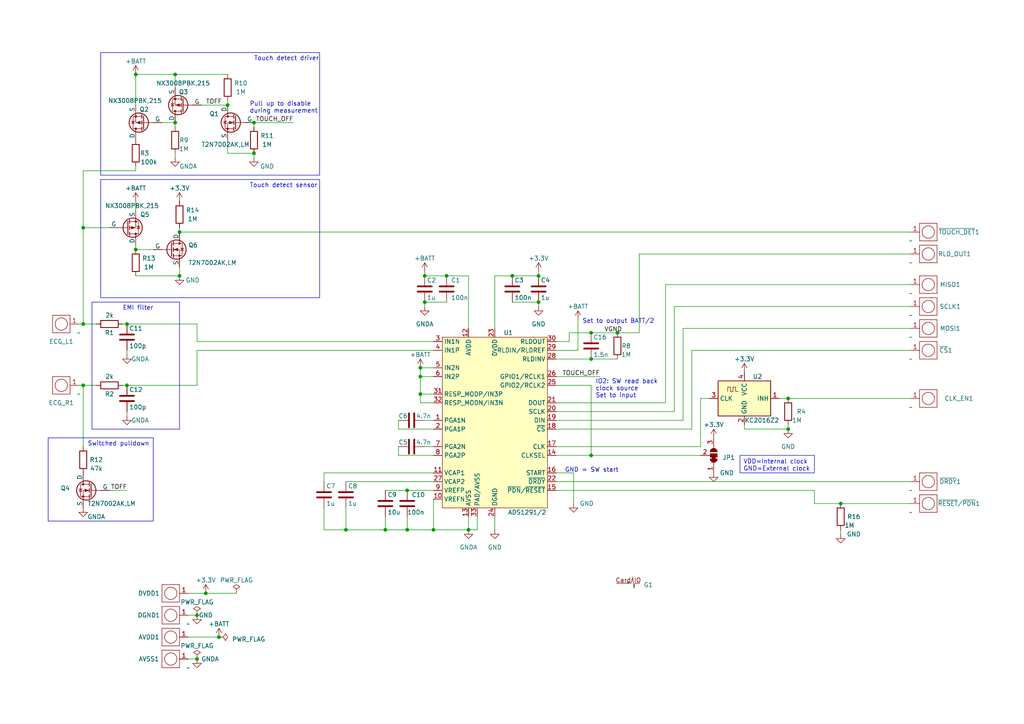
<source format=kicad_sch>
(kicad_sch (version 20230121) (generator eeschema)
  (paper "A4")
  (title_block (title "Card/IO ECG daughter board") (date "2023-07-19") (rev "4"))
  (lib_symbols
    (symbol "Device:C" (pin_numbers hide) (pin_names (offset 0.254))
      (property "Reference" "C" (at 0.635 2.54 0))
      (property "Value" "C" (at 0.635 -2.54 0))
      (symbol "C_0_1"
        (polyline (pts (xy -2.032 -0.762) (xy 2.032 -0.762)) (stroke (width 0.508)))
        (polyline (pts (xy -2.032 0.762) (xy 2.032 0.762)) (stroke (width 0.508)))
      )
      (symbol "C_1_1"
        (pin passive line (at 0 3.81 270) (length 2.794) (name "~") (number "1"))
        (pin passive line (at 0 -3.81 90) (length 2.794) (name "~") (number "2"))
      )
    )
    (symbol "Device:R" (pin_numbers hide) (pin_names (offset 0))
      (property "Reference" "R" (at 2.032 0 90))
      (property "Value" "R" (at 0 0 90))
      (symbol "R_0_1"
        (rectangle (start -1.016 -2.54) (end 1.016 2.54) (stroke (width 0.254)))
      )
      (symbol "R_1_1"
        (pin passive line (at 0 3.81 270) (length 1.27) (name "~") (number "1"))
        (pin passive line (at 0 -3.81 90) (length 1.27) (name "~") (number "2"))
      )
    )
    (symbol "Jumper:SolderJumper_3_Bridged12" (pin_names (offset 0) hide)
      (property "Reference" "JP" (at -2.54 -2.54 0))
      (property "Value" "SolderJumper_3_Bridged12" (at 0 2.794 0))
      (symbol "SolderJumper_3_Bridged12_0_1"
        (rectangle (start -1.016 0.508) (end -0.508 -0.508) (fill (type outline)))
        (arc (start -1.016 1.016) (mid -2.0276 0) (end -1.016 -1.016))
        (arc (start -1.016 1.016) (mid -2.0276 0) (end -1.016 -1.016) (fill (type outline)))
        (rectangle (start -0.508 1.016) (end 0.508 -1.016) (fill (type outline)))
        (polyline (pts (xy -2.54 0) (xy -2.032 0)))
        (polyline (pts (xy -1.016 1.016) (xy -1.016 -1.016)))
        (polyline (pts (xy 0 -1.27) (xy 0 -1.016)))
        (polyline (pts (xy 1.016 1.016) (xy 1.016 -1.016)))
        (polyline (pts (xy 2.54 0) (xy 2.032 0)))
        (arc (start 1.016 -1.016) (mid 2.0276 0) (end 1.016 1.016))
        (arc (start 1.016 -1.016) (mid 2.0276 0) (end 1.016 1.016) (fill (type outline)))
      )
      (symbol "SolderJumper_3_Bridged12_1_1"
        (pin passive line (at -5.08 0 0) (length 2.54) (name "A") (number "1"))
        (pin passive line (at 0 -3.81 90) (length 2.54) (name "C") (number "2"))
        (pin passive line (at 5.08 0 180) (length 2.54) (name "B") (number "3"))
      )
    )
    (symbol "Oscillator:KC2520Z"
      (property "Reference" "U" (at 2.54 12.7 0))
      (property "Value" "KC2520Z" (at 6.35 10.16 0))
      (symbol "KC2520Z_0_1"
        (rectangle (start -7.62 5.08) (end 7.62 -5.08) (stroke (width 0.254)) (fill (type background)))
      )
      (symbol "KC2520Z_1_1"
        (polyline (pts (xy 1.778 2.032) (xy 2.54 2.032) (xy 2.54 3.302) (xy 3.302 3.302) (xy 3.302 2.032) (xy 4.064 2.032) (xy 4.064 3.302) (xy 4.826 3.302) (xy 4.826 2.032)))
        (pin input line (at -10.16 0 0) (length 2.54) (name "INH") (number "1"))
        (pin power_in line (at 0 -7.62 90) (length 2.54) (name "GND") (number "2"))
        (pin output line (at 10.16 0 180) (length 2.54) (name "CLK") (number "3"))
        (pin power_in line (at 0 7.62 270) (length 2.54) (name "VCC") (number "4"))
      )
    )
    (symbol "frontend_parts:ADS1291/2"
      (property "Reference" "U" (at 11.43 25.4 0))
      (property "Value" "ADS1291/2" (at 8.89 -27.94 0))
      (symbol "ADS1291/2_1_0"
        (pin power_in line (at -5.08 -27.94 90) (length 2.54) (name "PAD/AVSS") (number "33"))
      )
      (symbol "ADS1291/2_1_1"
        (rectangle (start -15.24 24.13) (end 15.24 -25.4) (fill (type background)))
        (pin passive line (at -17.78 0 0) (length 2.54) (name "PGA1N") (number "1"))
        (pin passive line (at -17.78 -22.86 0) (length 2.54) (name "VREFN") (number "10"))
        (pin passive line (at -17.78 -15.24 0) (length 2.54) (name "VCAP1") (number "11"))
        (pin power_in line (at -7.62 26.67 270) (length 2.54) (name "AVDD") (number "12"))
        (pin power_in line (at -7.62 -27.94 90) (length 2.54) (name "AVSS") (number "13"))
        (pin input line (at 17.78 -10.16 180) (length 2.54) (name "CLKSEL") (number "14"))
        (pin input line (at 17.78 -20.32 180) (length 2.54) (name "~{PDN}/~{RESET}") (number "15"))
        (pin input line (at 17.78 -15.24 180) (length 2.54) (name "START") (number "16"))
        (pin bidirectional line (at 17.78 -7.62 180) (length 2.54) (name "CLK") (number "17"))
        (pin input line (at 17.78 -2.54 180) (length 2.54) (name "~{CS}") (number "18"))
        (pin input line (at 17.78 0 180) (length 2.54) (name "DIN") (number "19"))
        (pin passive line (at -17.78 -2.54 0) (length 2.54) (name "PGA1P") (number "2"))
        (pin input line (at 17.78 2.54 180) (length 2.54) (name "SCLK") (number "20"))
        (pin output line (at 17.78 5.08 180) (length 2.54) (name "DOUT") (number "21"))
        (pin output line (at 17.78 -17.78 180) (length 2.54) (name "~{DRDY}") (number "22"))
        (pin power_in line (at 0 26.67 270) (length 2.54) (name "DVDD") (number "23"))
        (pin power_in line (at 0 -27.94 90) (length 2.54) (name "DGND") (number "24"))
        (pin bidirectional line (at 17.78 10.16 180) (length 2.54) (name "GPIO2/RCLK2") (number "25"))
        (pin bidirectional line (at 17.78 12.7 180) (length 2.54) (name "GPIO1/RCLK1") (number "26"))
        (pin passive line (at -17.78 -17.78 0) (length 2.54) (name "VCAP2") (number "27"))
        (pin input line (at 17.78 17.78 180) (length 2.54) (name "RLDINV") (number "28"))
        (pin input line (at 17.78 20.32 180) (length 2.54) (name "RLDIN/RLDREF") (number "29"))
        (pin input line (at -17.78 22.86 0) (length 2.54) (name "IN1N") (number "3"))
        (pin output line (at 17.78 22.86 180) (length 2.54) (name "RLDOUT") (number "30"))
        (pin input line (at -17.78 7.62 0) (length 2.54) (name "RESP_MODP/IN3P") (number "31"))
        (pin input line (at -17.78 5.08 0) (length 2.54) (name "RESP_MODN/IN3N") (number "32"))
        (pin input line (at -17.78 20.32 0) (length 2.54) (name "IN1P") (number "4"))
        (pin input line (at -17.78 15.24 0) (length 2.54) (name "IN2N") (number "5"))
        (pin input line (at -17.78 12.7 0) (length 2.54) (name "IN2P") (number "6"))
        (pin passive line (at -17.78 -7.62 0) (length 2.54) (name "PGA2N") (number "7"))
        (pin passive line (at -17.78 -10.16 0) (length 2.54) (name "PGA2P") (number "8"))
        (pin passive line (at -17.78 -20.32 0) (length 2.54) (name "VREFP") (number "9"))
      )
    )
    (symbol "frontend_parts:NMOS" (pin_numbers hide) (pin_names (offset 0))
      (property "Reference" "Q?" (at 5.08 1.27 0))
      (property "Value" "T2N7002AK,LM" (at -3.81 -7.62 0))
      (symbol "NMOS_0_1"
        (polyline (pts (xy 0.254 0) (xy -2.54 0)))
        (polyline (pts (xy 0.254 1.905) (xy 0.254 -1.905)) (stroke (width 0.254)))
        (polyline (pts (xy 0.762 -1.27) (xy 0.762 -2.286)) (stroke (width 0.254)))
        (polyline (pts (xy 0.762 0.508) (xy 0.762 -0.508)) (stroke (width 0.254)))
        (polyline (pts (xy 0.762 2.286) (xy 0.762 1.27)) (stroke (width 0.254)))
        (polyline (pts (xy 2.54 2.54) (xy 2.54 1.778)))
        (polyline (pts (xy 2.54 -2.54) (xy 2.54 0) (xy 0.762 0)))
        (polyline (pts (xy 0.762 -1.778) (xy 3.302 -1.778) (xy 3.302 1.778) (xy 0.762 1.778)))
        (polyline (pts (xy 1.016 0) (xy 2.032 0.381) (xy 2.032 -0.381) (xy 1.016 0)) (fill (type outline)))
        (polyline (pts (xy 2.794 0.508) (xy 2.921 0.381) (xy 3.683 0.381) (xy 3.81 0.254)))
        (polyline (pts (xy 3.302 0.381) (xy 2.921 -0.254) (xy 3.683 -0.254) (xy 3.302 0.381)))
        (circle (center 1.651 0) (radius 2.794) (stroke (width 0.254)))
        (circle (center 2.54 -1.778) (radius 0.254) (fill (type outline)))
        (circle (center 2.54 1.778) (radius 0.254) (fill (type outline)))
      )
      (symbol "NMOS_1_1"
        (pin input line (at -5.08 0 0) (length 2.54) (name "G") (number "1"))
        (pin passive line (at 2.54 -5.08 90) (length 2.54) (name "S") (number "2"))
        (pin passive line (at 2.54 5.08 270) (length 2.54) (name "D") (number "3"))
      )
    )
    (symbol "frontend_parts:PAD"
      (property "Reference" "P" (at 0 3.81 0))
      (symbol "PAD_0_1"
        (rectangle (start -2.54 2.54) (end 2.54 -2.54))
        (circle (center 0 0) (radius 1.7961))
      )
      (symbol "PAD_1_1"
        (pin passive line (at -5.08 0 0) (length 2.54) (name "") (number "1"))
      )
    )
    (symbol "frontend_parts:PMOS" (pin_numbers hide) (pin_names (offset 0))
      (property "Reference" "Q?" (at 3.81 -3.81 0))
      (property "Value" "NX3008PBK,215" (at -12.7 -5.08 0))
      (symbol "PMOS_0_1"
        (polyline (pts (xy 0.254 0) (xy -2.54 0)))
        (polyline (pts (xy 0.254 1.905) (xy 0.254 -1.905)) (stroke (width 0.254)))
        (polyline (pts (xy 0.762 -1.27) (xy 0.762 -2.286)) (stroke (width 0.254)))
        (polyline (pts (xy 0.762 0.508) (xy 0.762 -0.508)) (stroke (width 0.254)))
        (polyline (pts (xy 0.762 2.286) (xy 0.762 1.27)) (stroke (width 0.254)))
        (polyline (pts (xy 2.54 2.54) (xy 2.54 1.778)))
        (polyline (pts (xy 2.54 -2.54) (xy 2.54 0) (xy 0.762 0)))
        (polyline (pts (xy 0.762 1.778) (xy 3.302 1.778) (xy 3.302 -1.778) (xy 0.762 -1.778)))
        (polyline (pts (xy 2.286 0) (xy 1.27 0.381) (xy 1.27 -0.381) (xy 2.286 0)) (fill (type outline)))
        (polyline (pts (xy 2.794 -0.508) (xy 2.921 -0.381) (xy 3.683 -0.381) (xy 3.81 -0.254)))
        (polyline (pts (xy 3.302 -0.381) (xy 2.921 0.254) (xy 3.683 0.254) (xy 3.302 -0.381)))
        (circle (center 1.651 0) (radius 2.794) (stroke (width 0.254)))
        (circle (center 2.54 -1.778) (radius 0.254) (fill (type outline)))
        (circle (center 2.54 1.778) (radius 0.254) (fill (type outline)))
      )
      (symbol "PMOS_1_1"
        (pin input line (at -5.08 0 0) (length 2.54) (name "G") (number "1"))
        (pin passive line (at 2.54 -5.08 90) (length 2.54) (name "S") (number "2"))
        (pin passive line (at 2.54 5.08 270) (length 2.54) (name "D") (number "3"))
      )
    )
    (symbol "frontend_parts:logo"
      (property "Reference" "G" (at 0 -2.54 0))
      (symbol "logo_1_1"
        (polyline (pts (xy -3.429 -0.254) (xy 0.762 -0.254) (xy 1.27 1.397) (xy 1.651 -1.651) (xy 1.905 -0.254) (xy 3.302 -0.254)))
        (text "Card IO" (at 0 0.635 0) (effects (font (size 1.27 1.27))))
      )
    )
    (symbol "power:+3.3V" (power) (pin_names (offset 0))
      (property "Value" "+3.3V" (at 0 3.556 0))
      (symbol "+3.3V_0_1"
        (polyline (pts (xy -0.762 1.27) (xy 0 2.54)))
        (polyline (pts (xy 0 0) (xy 0 2.54)))
        (polyline (pts (xy 0 2.54) (xy 0.762 1.27)))
      )
      (symbol "+3.3V_1_1"
        (pin power_in line (at 0 0 90) (length 0) hide (name "+3.3V") (number "1"))
      )
    )
    (symbol "power:+BATT" (power) (pin_names (offset 0))
      (property "Value" "+BATT" (at 0 3.556 0))
      (symbol "+BATT_0_1"
        (polyline (pts (xy -0.762 1.27) (xy 0 2.54)))
        (polyline (pts (xy 0 0) (xy 0 2.54)))
        (polyline (pts (xy 0 2.54) (xy 0.762 1.27)))
      )
      (symbol "+BATT_1_1"
        (pin power_in line (at 0 0 90) (length 0) hide (name "+BATT") (number "1"))
      )
    )
    (symbol "power:GND" (power) (pin_names (offset 0))
      (property "Value" "GND" (at 0 -3.81 0))
      (symbol "GND_0_1"
        (polyline (pts (xy 0 0) (xy 0 -1.27) (xy 1.27 -1.27) (xy 0 -2.54) (xy -1.27 -1.27) (xy 0 -1.27)))
      )
      (symbol "GND_1_1"
        (pin power_in line (at 0 0 270) (length 0) hide (name "GND") (number "1"))
      )
    )
    (symbol "power:GNDA" (power) (pin_names (offset 0))
      (property "Value" "GNDA" (at 0 -3.81 0))
      (symbol "GNDA_0_1"
        (polyline (pts (xy 0 0) (xy 0 -1.27) (xy 1.27 -1.27) (xy 0 -2.54) (xy -1.27 -1.27) (xy 0 -1.27)))
      )
      (symbol "GNDA_1_1"
        (pin power_in line (at 0 0 270) (length 0) hide (name "GNDA") (number "1"))
      )
    )
    (symbol "power:PWR_FLAG" (power) (pin_numbers hide) (pin_names (offset 0) hide)
      (property "Value" "PWR_FLAG" (at 0 3.81 0))
      (symbol "PWR_FLAG_0_0"
        (pin power_out line (at 0 0 90) (length 0) (name "pwr") (number "1"))
      )
      (symbol "PWR_FLAG_0_1"
        (polyline (pts (xy 0 0) (xy 0 1.27) (xy -1.016 1.905) (xy 0 2.54) (xy 1.016 1.905) (xy 0 1.27)))
      )
    )
  )
  (junction (at 129.54 80.01))
  (junction (at 135.89 153.67))
  (junction (at 121.92 114.3))
  (junction (at 39.37 21.59))
  (junction (at 52.07 80.01))
  (junction (at 50.8 35.56))
  (junction (at 121.92 109.22))
  (junction (at 50.8 21.59))
  (junction (at 73.66 44.45))
  (junction (at 179.07 96.52))
  (junction (at 123.19 80.01))
  (junction (at 63.5 184.785))
  (junction (at 156.21 80.01))
  (junction (at 24.13 93.98))
  (junction (at 148.59 80.01))
  (junction (at 66.04 30.48))
  (junction (at 57.15 178.435))
  (junction (at 59.69 172.085))
  (junction (at 24.13 66.04))
  (junction (at 57.15 191.135))
  (junction (at 24.13 111.76))
  (junction (at 36.83 111.76))
  (junction (at 171.45 96.52))
  (junction (at 171.45 104.14))
  (junction (at 100.33 153.67))
  (junction (at 111.76 153.67))
  (junction (at 118.11 153.67))
  (junction (at 121.92 106.68))
  (junction (at 156.21 87.63))
  (junction (at 243.84 146.05))
  (junction (at 52.07 67.31))
  (junction (at 39.37 72.39))
  (junction (at 36.83 93.98))
  (junction (at 228.6 115.57))
  (junction (at 123.19 87.63))
  (junction (at 228.6 124.46))
  (junction (at 118.11 142.24))
  (junction (at 125.73 153.67))
  (junction (at 171.45 132.08))
  (junction (at 73.66 35.56))
  (wire (pts (xy 161.29 99.06) (xy 165.1 99.06)))
  (wire (pts (xy 228.6 115.57) (xy 264.16 115.57)))
  (wire (pts (xy 36.83 142.24) (xy 31.75 142.24)))
  (wire (pts (xy 115.57 124.46) (xy 125.73 124.46)))
  (wire (pts (xy 148.59 80.01) (xy 156.21 80.01)))
  (wire (pts (xy 39.37 72.39) (xy 39.37 71.12)))
  (wire (pts (xy 66.04 29.21) (xy 66.04 30.48)))
  (wire (pts (xy 24.13 111.76) (xy 24.13 129.54)))
  (wire (pts (xy 203.2 115.57) (xy 203.2 129.54)))
  (wire (pts (xy 215.9 124.46) (xy 215.9 123.19)))
  (wire (pts (xy 24.13 66.04) (xy 24.13 93.98)))
  (wire (pts (xy 57.15 101.6) (xy 57.15 111.76)))
  (wire (pts (xy 129.54 80.01) (xy 135.89 80.01)))
  (wire (pts (xy 161.29 142.24) (xy 236.22 142.24)))
  (wire (pts (xy 85.09 35.56) (xy 73.66 35.56)))
  (wire (pts (xy 171.45 104.14) (xy 179.07 104.14)))
  (wire (pts (xy 203.2 129.54) (xy 161.29 129.54)))
  (wire (pts (xy 165.1 96.52) (xy 171.45 96.52)))
  (wire (pts (xy 50.8 35.56) (xy 50.8 36.83)))
  (wire (pts (xy 195.58 119.38) (xy 161.29 119.38)))
  (wire (pts (xy 54.61 184.785) (xy 63.5 184.785)))
  (wire (pts (xy 226.06 115.57) (xy 228.6 115.57)))
  (wire (pts (xy 39.37 72.39) (xy 44.45 72.39)))
  (wire (pts (xy 236.22 146.05) (xy 243.84 146.05)))
  (wire (pts (xy 125.73 114.3) (xy 121.92 114.3)))
  (wire (pts (xy 193.04 82.55) (xy 264.16 82.55)))
  (wire (pts (xy 36.83 101.6) (xy 36.83 102.87)))
  (wire (pts (xy 24.13 66.04) (xy 31.75 66.04)))
  (wire (pts (xy 193.04 116.84) (xy 193.04 82.55)))
  (wire (pts (xy 185.42 96.52) (xy 185.42 73.66)))
  (wire (pts (xy 121.92 116.84) (xy 121.92 114.3)))
  (wire (pts (xy 50.8 21.59) (xy 66.04 21.59)))
  (wire (pts (xy 100.33 147.32) (xy 100.33 153.67)))
  (wire (pts (xy 93.98 137.16) (xy 125.73 137.16)))
  (wire (pts (xy 57.15 99.06) (xy 57.15 93.98)))
  (wire (pts (xy 156.21 88.9) (xy 156.21 87.63)))
  (wire (pts (xy 111.76 153.67) (xy 111.76 149.86)))
  (wire (pts (xy 171.45 132.08) (xy 203.2 132.08)))
  (wire (pts (xy 161.29 116.84) (xy 193.04 116.84)))
  (wire (pts (xy 161.29 104.14) (xy 171.45 104.14)))
  (wire (pts (xy 66.04 44.45) (xy 73.66 44.45)))
  (wire (pts (xy 161.29 101.6) (xy 167.64 101.6)))
  (wire (pts (xy 36.83 119.38) (xy 36.83 120.65)))
  (wire (pts (xy 121.92 109.22) (xy 125.73 109.22)))
  (wire (pts (xy 36.83 93.98) (xy 57.15 93.98)))
  (wire (pts (xy 50.8 21.59) (xy 50.8 25.4)))
  (wire (pts (xy 135.89 153.67) (xy 138.43 153.67)))
  (wire (pts (xy 100.33 153.67) (xy 93.98 153.67)))
  (wire (pts (xy 118.11 149.86) (xy 118.11 153.67)))
  (wire (pts (xy 198.12 95.25) (xy 264.16 95.25)))
  (wire (pts (xy 171.45 111.76) (xy 171.45 132.08)))
  (wire (pts (xy 123.19 129.54) (xy 125.73 129.54)))
  (wire (pts (xy 148.59 87.63) (xy 156.21 87.63)))
  (wire (pts (xy 228.6 123.19) (xy 228.6 124.46)))
  (wire (pts (xy 143.51 149.86) (xy 143.51 153.67)))
  (wire (pts (xy 59.69 172.085) (xy 54.61 172.085)))
  (wire (pts (xy 123.19 87.63) (xy 129.54 87.63)))
  (wire (pts (xy 167.64 92.71) (xy 167.64 101.6)))
  (wire (pts (xy 135.89 149.86) (xy 135.89 153.67)))
  (wire (pts (xy 68.58 172.085) (xy 59.69 172.085)))
  (wire (pts (xy 111.76 142.24) (xy 118.11 142.24)))
  (wire (pts (xy 73.66 35.56) (xy 73.66 36.83)))
  (wire (pts (xy 24.13 93.98) (xy 27.94 93.98)))
  (wire (pts (xy 36.83 111.76) (xy 57.15 111.76)))
  (wire (pts (xy 243.84 146.05) (xy 264.16 146.05)))
  (wire (pts (xy 39.37 48.26) (xy 39.37 49.53)))
  (wire (pts (xy 200.66 124.46) (xy 161.29 124.46)))
  (wire (pts (xy 118.11 142.24) (xy 125.73 142.24)))
  (wire (pts (xy 185.42 73.66) (xy 264.16 73.66)))
  (wire (pts (xy 57.15 101.6) (xy 125.73 101.6)))
  (wire (pts (xy 39.37 58.42) (xy 39.37 60.96)))
  (wire (pts (xy 93.98 147.32) (xy 93.98 153.67)))
  (wire (pts (xy 264.16 101.6) (xy 200.66 101.6)))
  (wire (pts (xy 143.51 80.01) (xy 143.51 95.25)))
  (wire (pts (xy 111.76 153.67) (xy 118.11 153.67)))
  (wire (pts (xy 52.07 77.47) (xy 52.07 80.01)))
  (wire (pts (xy 52.07 67.31) (xy 264.16 67.31)))
  (wire (pts (xy 166.37 137.16) (xy 166.37 146.05)))
  (wire (pts (xy 123.19 78.74) (xy 123.19 80.01)))
  (wire (pts (xy 123.19 80.01) (xy 129.54 80.01)))
  (wire (pts (xy 73.66 45.72) (xy 73.66 44.45)))
  (wire (pts (xy 198.12 121.92) (xy 198.12 95.25)))
  (wire (pts (xy 135.89 80.01) (xy 135.89 95.25)))
  (wire (pts (xy 138.43 153.67) (xy 138.43 149.86)))
  (wire (pts (xy 93.98 139.7) (xy 93.98 137.16)))
  (wire (pts (xy 39.37 80.01) (xy 52.07 80.01)))
  (wire (pts (xy 115.57 132.08) (xy 125.73 132.08)))
  (wire (pts (xy 161.29 111.76) (xy 171.45 111.76)))
  (wire (pts (xy 35.56 93.98) (xy 36.83 93.98)))
  (wire (pts (xy 236.22 146.05) (xy 236.22 142.24)))
  (wire (pts (xy 50.8 45.72) (xy 50.8 44.45)))
  (wire (pts (xy 121.92 114.3) (xy 121.92 109.22)))
  (wire (pts (xy 148.59 80.01) (xy 143.51 80.01)))
  (wire (pts (xy 24.13 111.76) (xy 27.94 111.76)))
  (wire (pts (xy 125.73 106.68) (xy 121.92 106.68)))
  (wire (pts (xy 100.33 139.7) (xy 125.73 139.7)))
  (wire (pts (xy 57.15 191.135) (xy 54.61 191.135)))
  (wire (pts (xy 24.13 49.53) (xy 24.13 66.04)))
  (wire (pts (xy 264.16 88.9) (xy 195.58 88.9)))
  (wire (pts (xy 123.19 121.92) (xy 125.73 121.92)))
  (wire (pts (xy 156.21 78.74) (xy 156.21 80.01)))
  (wire (pts (xy 165.1 99.06) (xy 165.1 96.52)))
  (wire (pts (xy 115.57 121.92) (xy 115.57 124.46)))
  (wire (pts (xy 22.86 111.76) (xy 24.13 111.76)))
  (wire (pts (xy 123.19 88.9) (xy 123.19 87.63)))
  (wire (pts (xy 46.99 35.56) (xy 50.8 35.56)))
  (wire (pts (xy 179.07 96.52) (xy 185.42 96.52)))
  (wire (pts (xy 35.56 111.76) (xy 36.83 111.76)))
  (wire (pts (xy 100.33 153.67) (xy 111.76 153.67)))
  (wire (pts (xy 66.04 40.64) (xy 66.04 44.45)))
  (wire (pts (xy 171.45 96.52) (xy 179.07 96.52)))
  (wire (pts (xy 39.37 21.59) (xy 50.8 21.59)))
  (wire (pts (xy 39.37 21.59) (xy 39.37 30.48)))
  (wire (pts (xy 228.6 124.46) (xy 215.9 124.46)))
  (wire (pts (xy 57.15 99.06) (xy 125.73 99.06)))
  (wire (pts (xy 205.74 115.57) (xy 203.2 115.57)))
  (wire (pts (xy 125.73 153.67) (xy 135.89 153.67)))
  (wire (pts (xy 161.29 132.08) (xy 171.45 132.08)))
  (wire (pts (xy 58.42 30.48) (xy 66.04 30.48)))
  (wire (pts (xy 39.37 49.53) (xy 24.13 49.53)))
  (wire (pts (xy 195.58 88.9) (xy 195.58 119.38)))
  (wire (pts (xy 57.15 178.435) (xy 54.61 178.435)))
  (wire (pts (xy 22.86 93.98) (xy 24.13 93.98)))
  (wire (pts (xy 161.29 109.22) (xy 173.99 109.22)))
  (wire (pts (xy 52.07 66.04) (xy 52.07 67.31)))
  (wire (pts (xy 161.29 121.92) (xy 198.12 121.92)))
  (wire (pts (xy 243.84 153.67) (xy 243.84 154.94)))
  (wire (pts (xy 200.66 101.6) (xy 200.66 124.46)))
  (wire (pts (xy 125.73 144.78) (xy 125.73 153.67)))
  (wire (pts (xy 161.29 139.7) (xy 264.16 139.7)))
  (wire (pts (xy 118.11 153.67) (xy 125.73 153.67)))
  (wire (pts (xy 161.29 137.16) (xy 166.37 137.16)))
  (wire (pts (xy 121.92 106.68) (xy 121.92 109.22)))
  (wire (pts (xy 125.73 116.84) (xy 121.92 116.84)))
  (wire (pts (xy 115.57 129.54) (xy 115.57 132.08)))
  (rectangle (start 29.21 15.24) (end 92.71 50.8))
  (rectangle (start 29.21 52.07) (end 92.71 86.36))
  (rectangle (start 26.67 87.63) (end 52.07 124.46))
  (rectangle (start 13.97 127) (end 44.45 151.13))
  (text_box "VDD=Internal clock\nGND=External clock" (at 214.63 132.08 0) (size 21.59 5.08) (effects (font (size 1.27 1.27)) (justify left top)))
  (text "Touch detect driver" (at 73.66 17.78 0) (effects (font (size 1.27 1.27)) (justify left bottom)))
  (text "Touch detect sensor" (at 72.39 54.61 0) (effects (font (size 1.27 1.27)) (justify left bottom)))
  (text "Set to output BATT/2" (at 168.91 93.98 0) (effects (font (size 1.27 1.27)) (justify left bottom)))
  (text "GND = SW start" (at 163.83 137.16 0) (effects (font (size 1.27 1.27)) (justify left bottom)))
  (text "Switched pulldown" (at 25.4 129.54 0) (effects (font (size 1.27 1.27)) (justify left bottom)))
  (text "EMI filter" (at 35.56 90.17 0) (effects (font (size 1.27 1.27)) (justify left bottom)))
  (text "Pull up to disable\nduring measurement" (at 72.39 33.02 0) (effects (font (size 1.27 1.27)) (justify left bottom)))
  (text "IO2: SW read back\nclock source\nSet to input" (at 172.72 115.57 0) (effects (font (size 1.27 1.27)) (justify left bottom)))
  (label "TOUCH_OFF" (at 173.99 109.22 180))
  (label "TOFF" (at 36.83 142.24 180))
  (label "TOUCH_OFF" (at 85.09 35.56 180))
  (label "VGND" (at 175.26 96.52 0))
  (label "TOFF" (at 59.69 30.48 0))
  (symbol (lib_id "power:GND") (at 228.6 124.46 0) (unit 1)
    (property "Reference" "#PWR015" (effects hide))
    (property "Value" "GND" (at 228.6 129.54 0))
  )
  (symbol (lib_id "Device:C") (at 36.83 115.57 0) (unit 1)
    (property "Reference" "C12" (at 37.465 113.03 0) (effects (justify left)))
    (property "Value" "100p" (at 37.465 118.11 0) (effects (justify left)))
    (property "Footprint" "Capacitor_SMD:C_0603_1608Metric" (effects hide))
  )
  (symbol (lib_id "frontend_parts:PAD") (at 17.78 93.98 180) (unit 1) (in_bom no)
    (property "Reference" "ECG_L1" (at 17.78 99.06 0))
    (property "Value" "~" (at 22.86 96.52 0))
    (property "Footprint" "frontend_parts:PAD" (effects hide))
  )
  (symbol (lib_id "frontend_parts:logo") (at 182.245 168.91 0) (unit 1) (in_bom no)
    (property "Reference" "G1" (at 186.69 169.6362 0) (effects (justify left)))
    (property "Value" "~" (at 182.245 168.91 0))
    (property "Footprint" "frontend_parts:logo" (effects hide))
  )
  (symbol (lib_id "frontend_parts:PAD") (at 49.53 191.135 180) (unit 1) (in_bom no)
    (property "Reference" "AVSS1" (at 43.18 191.135 0))
    (property "Value" "~" (at 54.61 193.675 0))
    (property "Footprint" "frontend_parts:PAD" (effects hide))
  )
  (symbol (lib_id "frontend_parts:PAD") (at 269.24 139.7 0) (mirror x) (unit 1) (in_bom no)
    (property "Reference" "~{DRDY}1" (at 275.59 139.7 0))
    (property "Value" "~" (at 264.16 142.24 0))
    (property "Footprint" "frontend_parts:PAD" (effects hide))
  )
  (symbol (lib_id "frontend_parts:PAD") (at 49.53 178.435 180) (unit 1) (in_bom no)
    (property "Reference" "DGND1" (at 43.18 178.435 0))
    (property "Value" "~" (at 54.61 180.975 0))
    (property "Footprint" "frontend_parts:PAD" (effects hide))
  )
  (symbol (lib_id "Device:R") (at 31.75 111.76 90) (unit 1)
    (property "Reference" "R2" (at 31.75 114.3 90))
    (property "Value" "2k" (at 31.75 109.22 90))
    (property "Footprint" "Resistor_SMD:R_0603_1608Metric" (effects hide))
  )
  (symbol (lib_id "frontend_parts:PAD") (at 269.24 115.57 0) (mirror x) (unit 1) (in_bom no)
    (property "Reference" "CLK_EN1" (at 278.13 115.57 0))
    (property "Value" "~" (at 264.16 118.11 0))
    (property "Footprint" "frontend_parts:PAD" (effects hide))
  )
  (symbol (lib_id "frontend_parts:PAD") (at 269.24 95.25 0) (mirror x) (unit 1) (in_bom no)
    (property "Reference" "MOSI1" (at 275.59 95.25 0))
    (property "Value" "~" (at 264.16 97.79 0))
    (property "Footprint" "frontend_parts:PAD" (effects hide))
  )
  (symbol (lib_id "power:GNDA") (at 36.83 120.65 0) (unit 1)
    (property "Reference" "#PWR020" (effects hide))
    (property "Value" "GNDA" (at 40.64 121.92 0))
  )
  (symbol (lib_id "Device:R") (at 50.8 40.64 180) (unit 1)
    (property "Reference" "R9" (at 53.34 40.64 0))
    (property "Value" "1M" (at 53.34 43.18 0))
    (property "Footprint" "Resistor_SMD:R_0603_1608Metric" (effects hide))
  )
  (symbol (lib_id "Device:R") (at 66.04 25.4 180) (unit 1)
    (property "Reference" "R10" (at 69.85 24.13 0))
    (property "Value" "1M" (at 69.85 26.67 0))
    (property "Footprint" "Resistor_SMD:R_0603_1608Metric" (effects hide))
  )
  (symbol (lib_id "frontend_parts:PAD") (at 49.53 184.785 180) (unit 1) (in_bom no)
    (property "Reference" "AVDD1" (at 43.18 184.785 0))
    (property "Value" "~" (at 54.61 187.325 0))
    (property "Footprint" "frontend_parts:PAD" (effects hide))
  )
  (symbol (lib_id "frontend_parts:PMOS") (at 36.83 66.04 0) (mirror x) (unit 1)
    (property "Reference" "Q5" (at 40.64 62.23 0) (effects (justify left)))
    (property "Value" "NX3008PBK,215" (at 30.48 59.69 0) (effects (justify left)))
    (property "Footprint" "Package_TO_SOT_SMD:SOT-23" (effects hide))
    (property "Datasheet" "https://hu.mouser.com/datasheet/2/916/NX3008PBK-1596190.pdf" (effects hide))
    (property "Type" "PMOS" (effects hide))
  )
  (symbol (lib_id "power:GNDA") (at 50.8 45.72 0) (unit 1)
    (property "Reference" "#PWR024" (effects hide))
    (property "Value" "GNDA" (at 54.61 48.26 0))
  )
  (symbol (lib_id "frontend_parts:NMOS") (at 68.58 35.56 0) (mirror y) (unit 1)
    (property "Reference" "Q1" (at 63.5 33.02 0) (effects (justify left)))
    (property "Value" "T2N7002AK,LM" (at 72.39 41.91 0) (effects (justify left)))
    (property "Footprint" "Package_TO_SOT_SMD:SOT-23" (effects hide))
    (property "Datasheet" "https://hu.mouser.com/datasheet/2/408/T2N7002AK_datasheet_en_20150401-1916411.pdf" (effects hide))
    (property "Type" "NMOS" (effects hide))
  )
  (symbol (lib_id "power:GND") (at 73.66 45.72 0) (unit 1)
    (property "Reference" "#PWR031" (effects hide))
    (property "Value" "GND" (at 77.47 48.26 0))
  )
  (symbol (lib_id "Device:C") (at 118.11 146.05 0) (unit 1)
    (property "Reference" "C10" (at 119.38 143.51 0) (effects (justify left)))
    (property "Value" "100n" (at 118.11 148.59 0) (effects (justify left)))
    (property "Footprint" "Capacitor_SMD:C_0603_1608Metric" (effects hide))
  )
  (symbol (lib_id "power:+BATT") (at 39.37 21.59 0) (unit 1)
    (property "Reference" "#PWR023" (effects hide))
    (property "Value" "+BATT" (at 39.37 17.78 0))
  )
  (symbol (lib_id "Oscillator:KC2520Z") (at 215.9 115.57 0) (mirror y) (unit 1)
    (property "Reference" "U2" (at 219.71 109.22 0))
    (property "Value" "KC2016Z2" (at 220.98 121.92 0))
    (property "Footprint" "frontend_parts:KC2016Z" (effects hide))
    (property "Datasheet" "https://ele.kyocera.com/assets/products/crystal-device/clock_z_x_e.pdf" (effects hide))
  )
  (symbol (lib_id "frontend_parts:PMOS") (at 41.91 35.56 180) (unit 1)
    (property "Reference" "Q2" (at 43.18 31.75 0) (effects (justify left)))
    (property "Value" "NX3008PBK,215" (at 46.99 29.21 0) (effects (justify left)))
    (property "Footprint" "Package_TO_SOT_SMD:SOT-23" (effects hide))
    (property "Datasheet" "https://hu.mouser.com/datasheet/2/916/NX3008PBK-1596190.pdf" (effects hide))
    (property "Type" "PMOS" (effects hide))
  )
  (symbol (lib_id "power:GND") (at 143.51 153.67 0) (unit 1)
    (property "Reference" "#PWR08" (effects hide))
    (property "Value" "GND" (at 143.51 158.75 0))
  )
  (symbol (lib_id "Device:C") (at 36.83 97.79 0) (unit 1)
    (property "Reference" "C11" (at 37.465 95.25 0) (effects (justify left)))
    (property "Value" "100p" (at 37.465 100.33 0) (effects (justify left)))
    (property "Footprint" "Capacitor_SMD:C_0603_1608Metric" (effects hide))
  )
  (symbol (lib_id "power:+3.3V") (at 59.69 172.085 0) (unit 1)
    (property "Reference" "#PWR04" (effects hide))
    (property "Value" "+3.3V" (at 59.69 168.275 0))
  )
  (symbol (lib_id "frontend_parts:NMOS") (at 49.53 72.39 0) (unit 1)
    (property "Reference" "Q6" (at 54.61 71.12 0) (effects (justify left)))
    (property "Value" "T2N7002AK,LM" (at 54.61 76.2 0) (effects (justify left)))
    (property "Footprint" "Package_TO_SOT_SMD:SOT-23" (effects hide))
    (property "Datasheet" "https://hu.mouser.com/datasheet/2/408/T2N7002AK_datasheet_en_20150401-1916411.pdf" (effects hide))
    (property "Type" "NMOS" (effects hide))
  )
  (symbol (lib_id "power:GNDA") (at 123.19 88.9 0) (unit 1)
    (property "Reference" "#PWR09" (effects hide))
    (property "Value" "GNDA" (at 123.19 93.98 0))
  )
  (symbol (lib_id "power:+BATT") (at 121.92 106.68 0) (unit 1)
    (property "Reference" "#PWR018" (effects hide))
    (property "Value" "+BATT" (at 121.92 102.87 0))
  )
  (symbol (lib_id "Device:R") (at 31.75 93.98 90) (unit 1)
    (property "Reference" "R1" (at 31.75 96.52 90))
    (property "Value" "2k" (at 31.75 91.44 90))
    (property "Footprint" "Resistor_SMD:R_0603_1608Metric" (effects hide))
  )
  (symbol (lib_id "frontend_parts:PAD") (at 17.78 111.76 180) (unit 1) (in_bom no)
    (property "Reference" "ECG_R1" (at 17.78 116.84 0))
    (property "Value" "~" (at 22.86 114.3 0))
    (property "Footprint" "frontend_parts:PAD" (effects hide))
  )
  (symbol (lib_id "frontend_parts:PAD") (at 269.24 101.6 0) (mirror x) (unit 1) (in_bom no)
    (property "Reference" "~{CS}1" (at 274.32 101.6 0))
    (property "Value" "~" (at 264.16 104.14 0))
    (property "Footprint" "frontend_parts:PAD" (effects hide))
  )
  (symbol (lib_id "frontend_parts:PAD") (at 269.24 73.66 0) (mirror x) (unit 1) (in_bom no)
    (property "Reference" "RLD_OUT1" (at 276.86 73.66 0))
    (property "Value" "~" (at 264.16 76.2 0))
    (property "Footprint" "frontend_parts:PAD" (effects hide))
  )
  (symbol (lib_id "frontend_parts:PAD") (at 269.24 146.05 0) (mirror x) (unit 1) (in_bom no)
    (property "Reference" "~{RESET}/~{PDN}1" (at 278.13 146.05 0))
    (property "Value" "~" (at 264.16 148.59 0))
    (property "Footprint" "frontend_parts:PAD" (effects hide))
  )
  (symbol (lib_id "power:GND") (at 166.37 146.05 0) (unit 1)
    (property "Reference" "#PWR017" (effects hide))
    (property "Value" "GND" (at 170.18 146.05 0))
  )
  (symbol (lib_id "Device:C") (at 123.19 83.82 0) (unit 1)
    (property "Reference" "C2" (at 123.825 81.28 0) (effects (justify left)))
    (property "Value" "1u" (at 123.825 86.36 0) (effects (justify left)))
    (property "Footprint" "Capacitor_SMD:C_0603_1608Metric" (effects hide))
  )
  (symbol (lib_id "frontend_parts:PAD") (at 269.24 67.31 0) (mirror x) (unit 1) (in_bom no)
    (property "Reference" "~{TOUCH_DET}1" (at 278.13 67.31 0))
    (property "Value" "~" (at 264.16 69.85 0))
    (property "Footprint" "frontend_parts:PAD" (effects hide))
  )
  (symbol (lib_id "frontend_parts:PAD") (at 269.24 88.9 0) (mirror x) (unit 1) (in_bom no)
    (property "Reference" "SCLK1" (at 275.59 88.9 0))
    (property "Value" "~" (at 264.16 91.44 0))
    (property "Footprint" "frontend_parts:PAD" (effects hide))
  )
  (symbol (lib_id "power:GND") (at 156.21 88.9 0) (unit 1)
    (property "Reference" "#PWR010" (effects hide))
    (property "Value" "GND" (at 156.21 93.98 0))
  )
  (symbol (lib_id "frontend_parts:ADS1291/2") (at 143.51 121.92 0) (unit 1)
    (property "Reference" "U1" (at 146.05 96.52 0) (effects (justify left)))
    (property "Value" "ADS1291/2" (at 147.32 148.59 0) (effects (justify left)))
    (property "Footprint" "frontend_parts:ADS1291-2" (effects hide))
  )
  (symbol (lib_id "Device:R") (at 243.84 149.86 180) (unit 1)
    (property "Reference" "R16" (at 247.65 149.86 0))
    (property "Value" "1M" (at 246.38 152.4 0))
    (property "Footprint" "Resistor_SMD:R_0603_1608Metric" (effects hide))
  )
  (symbol (lib_id "Device:R") (at 73.66 40.64 180) (unit 1)
    (property "Reference" "R11" (at 77.47 39.37 0))
    (property "Value" "1M" (at 77.47 41.91 0))
    (property "Footprint" "Resistor_SMD:R_0603_1608Metric" (effects hide))
  )
  (symbol (lib_id "power:GND") (at 243.84 154.94 0) (unit 1)
    (property "Reference" "#PWR025" (effects hide))
    (property "Value" "GND" (at 247.65 154.94 0))
  )
  (symbol (lib_id "power:PWR_FLAG") (at 68.58 172.085 0) (unit 1)
    (property "Reference" "#FLG01" (effects hide))
    (property "Value" "PWR_FLAG" (at 68.58 168.275 0))
  )
  (symbol (lib_id "power:GNDA") (at 36.83 102.87 0) (unit 1)
    (property "Reference" "#PWR019" (effects hide))
    (property "Value" "GNDA" (at 40.64 104.14 0))
  )
  (symbol (lib_id "Jumper:SolderJumper_3_Bridged12") (at 207.01 132.08 270) (mirror x) (unit 1) (in_bom no)
    (property "Reference" "JP1" (at 209.55 132.715 90) (effects (justify left)))
    (property "Value" "SolderJumper_3_Bridged12" (effects hide))
    (property "Footprint" "Jumper:SolderJumper-3_P1.3mm_Bridged12_RoundedPad1.0x1.5mm" (effects hide))
  )
  (symbol (lib_id "power:PWR_FLAG") (at 63.5 184.785 270) (unit 1)
    (property "Reference" "#FLG02" (effects hide))
    (property "Value" "PWR_FLAG" (at 67.31 185.42 90) (effects (justify left)))
  )
  (symbol (lib_id "power:+3.3V") (at 52.07 58.42 0) (unit 1)
    (property "Reference" "#PWR028" (effects hide))
    (property "Value" "+3.3V" (at 52.07 54.61 0))
  )
  (symbol (lib_id "Device:C") (at 93.98 143.51 0) (unit 1)
    (property "Reference" "C7" (at 94.615 140.97 0) (effects (justify left)))
    (property "Value" "1u" (at 94.615 146.05 0) (effects (justify left)))
    (property "Footprint" "Capacitor_SMD:C_0603_1608Metric" (effects hide))
  )
  (symbol (lib_id "Device:R") (at 228.6 119.38 180) (unit 1)
    (property "Reference" "R4" (at 232.41 119.38 0))
    (property "Value" "1M" (at 231.14 121.92 0))
    (property "Footprint" "Resistor_SMD:R_0603_1608Metric" (effects hide))
  )
  (symbol (lib_id "power:GNDA") (at 57.15 191.135 0) (unit 1)
    (property "Reference" "#PWR02" (effects hide))
    (property "Value" "GNDA" (at 60.96 191.135 0))
  )
  (symbol (lib_id "power:+BATT") (at 39.37 58.42 0) (unit 1)
    (property "Reference" "#PWR029" (effects hide))
    (property "Value" "+BATT" (at 39.37 54.61 0))
  )
  (symbol (lib_id "Device:R") (at 179.07 100.33 180) (unit 1)
    (property "Reference" "R8" (at 181.61 100.33 0))
    (property "Value" "1M" (at 181.61 102.87 0))
    (property "Footprint" "Resistor_SMD:R_0603_1608Metric" (effects hide))
  )
  (symbol (lib_id "Device:R") (at 39.37 44.45 180) (unit 1)
    (property "Reference" "R3" (at 41.91 44.45 0))
    (property "Value" "100k" (at 43.18 46.99 0))
    (property "Footprint" "Resistor_SMD:R_0603_1608Metric" (effects hide))
  )
  (symbol (lib_id "power:GND") (at 57.15 178.435 0) (unit 1)
    (property "Reference" "#PWR01" (effects hide))
    (property "Value" "GND" (at 59.69 178.435 0))
  )
  (symbol (lib_id "frontend_parts:PAD") (at 49.53 172.085 180) (unit 1) (in_bom no)
    (property "Reference" "DVDD1" (at 43.18 172.085 0))
    (property "Value" "~" (at 54.61 174.625 0))
    (property "Footprint" "frontend_parts:PAD" (effects hide))
  )
  (symbol (lib_id "Device:C") (at 148.59 83.82 0) (unit 1)
    (property "Reference" "C3" (at 149.225 81.28 0) (effects (justify left)))
    (property "Value" "100n" (at 149.225 86.36 0) (effects (justify left)))
    (property "Footprint" "Capacitor_SMD:C_0603_1608Metric" (effects hide))
  )
  (symbol (lib_id "frontend_parts:PAD") (at 269.24 82.55 0) (mirror x) (unit 1) (in_bom no)
    (property "Reference" "MISO1" (at 275.59 82.55 0))
    (property "Value" "~" (at 264.16 85.09 0))
    (property "Footprint" "frontend_parts:PAD" (effects hide))
  )
  (symbol (lib_id "power:PWR_FLAG") (at 57.15 178.435 0) (unit 1)
    (property "Reference" "#FLG03" (effects hide))
    (property "Value" "PWR_FLAG" (at 57.15 174.625 0))
  )
  (symbol (lib_id "power:GND") (at 207.01 137.16 0) (unit 1)
    (property "Reference" "#PWR014" (effects hide))
    (property "Value" "GND" (at 210.82 137.16 0))
  )
  (symbol (lib_id "frontend_parts:NMOS") (at 26.67 142.24 0) (mirror y) (unit 1)
    (property "Reference" "Q4" (at 20.32 141.605 0) (effects (justify left)))
    (property "Value" "T2N7002AK,LM" (at 39.37 146.05 0) (effects (justify left)))
    (property "Footprint" "Package_TO_SOT_SMD:SOT-23" (effects hide))
    (property "Datasheet" "https://hu.mouser.com/datasheet/2/408/T2N7002AK_datasheet_en_20150401-1916411.pdf" (effects hide))
    (property "Type" "NMOS" (effects hide))
  )
  (symbol (lib_id "Device:C") (at 111.76 146.05 0) (unit 1)
    (property "Reference" "C9" (at 112.395 143.51 0) (effects (justify left)))
    (property "Value" "10u" (at 112.395 148.59 0) (effects (justify left)))
    (property "Footprint" "Capacitor_SMD:C_0805_2012Metric" (effects hide))
  )
  (symbol (lib_id "power:+BATT") (at 123.19 78.74 0) (unit 1)
    (property "Reference" "#PWR06" (effects hide))
    (property "Value" "+BATT" (at 123.19 74.93 0))
  )
  (symbol (lib_id "power:PWR_FLAG") (at 57.15 191.135 0) (unit 1)
    (property "Reference" "#FLG04" (effects hide))
    (property "Value" "PWR_FLAG" (at 57.15 187.325 0))
  )
  (symbol (lib_id "frontend_parts:PMOS") (at 53.34 30.48 180) (unit 1)
    (property "Reference" "Q3" (at 54.61 26.67 0) (effects (justify left)))
    (property "Value" "NX3008PBK,215" (at 60.96 24.13 0) (effects (justify left)))
    (property "Footprint" "Package_TO_SOT_SMD:SOT-23" (effects hide))
    (property "Datasheet" "https://hu.mouser.com/datasheet/2/916/NX3008PBK-1596190.pdf" (effects hide))
    (property "Type" "PMOS" (effects hide))
  )
  (symbol (lib_id "Device:R") (at 52.07 62.23 180) (unit 1)
    (property "Reference" "R14" (at 55.88 60.96 0))
    (property "Value" "1M" (at 55.88 63.5 0))
    (property "Footprint" "Resistor_SMD:R_0603_1608Metric" (effects hide))
  )
  (symbol (lib_id "power:GNDA") (at 24.13 147.32 0) (unit 1)
    (property "Reference" "#PWR026" (effects hide))
    (property "Value" "GNDA" (at 27.94 149.86 0))
  )
  (symbol (lib_id "power:+3.3V") (at 207.01 127 0) (unit 1)
    (property "Reference" "#PWR013" (effects hide))
    (property "Value" "+3.3V" (at 207.01 123.19 0))
  )
  (symbol (lib_id "power:GND") (at 52.07 80.01 0) (unit 1)
    (property "Reference" "#PWR030" (effects hide))
    (property "Value" "GND" (at 55.88 81.28 0))
  )
  (symbol (lib_id "power:+BATT") (at 167.64 92.71 0) (unit 1)
    (property "Reference" "#PWR021" (effects hide))
    (property "Value" "+BATT" (at 167.64 88.9 0))
  )
  (symbol (lib_id "power:+3.3V") (at 156.21 78.74 0) (unit 1)
    (property "Reference" "#PWR05" (effects hide))
    (property "Value" "+3.3V" (at 156.21 74.93 0))
  )
  (symbol (lib_id "Device:C") (at 156.21 83.82 0) (unit 1)
    (property "Reference" "C4" (at 156.845 81.28 0) (effects (justify left)))
    (property "Value" "1u" (at 156.845 86.36 0) (effects (justify left)))
    (property "Footprint" "Capacitor_SMD:C_0603_1608Metric" (effects hide))
  )
  (symbol (lib_id "power:+BATT") (at 63.5 184.785 0) (unit 1)
    (property "Reference" "#PWR03" (effects hide))
    (property "Value" "+BATT" (at 63.5 180.975 0))
  )
  (symbol (lib_id "Device:C") (at 171.45 100.33 0) (unit 1)
    (property "Reference" "C16" (at 172.085 97.79 0) (effects (justify left)))
    (property "Value" "1.5n" (at 172.085 102.87 0) (effects (justify left)))
    (property "Footprint" "Capacitor_SMD:C_0603_1608Metric" (effects hide))
  )
  (symbol (lib_id "power:GNDA") (at 135.89 153.67 0) (unit 1)
    (property "Reference" "#PWR07" (effects hide))
    (property "Value" "GNDA" (at 135.89 158.75 0))
  )
  (symbol (lib_id "Device:R") (at 39.37 76.2 180) (unit 1)
    (property "Reference" "R13" (at 43.18 74.93 0))
    (property "Value" "1M" (at 43.18 77.47 0))
    (property "Footprint" "Resistor_SMD:R_0603_1608Metric" (effects hide))
  )
  (symbol (lib_id "Device:C") (at 119.38 129.54 270) (unit 1)
    (property "Reference" "C5" (at 115.57 128.27 90) (effects (justify left)))
    (property "Value" "4.7n" (at 120.65 128.27 90) (effects (justify left)))
    (property "Footprint" "Capacitor_SMD:C_0603_1608Metric" (effects hide))
  )
  (symbol (lib_id "Device:C") (at 129.54 83.82 0) (unit 1)
    (property "Reference" "C1" (at 130.81 81.28 0) (effects (justify left)))
    (property "Value" "100n" (at 130.81 86.36 0) (effects (justify left)))
    (property "Footprint" "Capacitor_SMD:C_0603_1608Metric" (effects hide))
  )
  (symbol (lib_id "power:+3.3V") (at 215.9 107.95 0) (unit 1)
    (property "Reference" "#PWR016" (effects hide))
    (property "Value" "+3.3V" (at 215.9 104.14 0))
  )
  (symbol (lib_id "Device:C") (at 119.38 121.92 270) (unit 1)
    (property "Reference" "C6" (at 115.57 120.65 90) (effects (justify left)))
    (property "Value" "4.7n" (at 120.65 120.65 90) (effects (justify left)))
    (property "Footprint" "Capacitor_SMD:C_0603_1608Metric" (effects hide))
  )
  (symbol (lib_id "Device:C") (at 100.33 143.51 0) (unit 1)
    (property "Reference" "C8" (at 100.965 140.97 0) (effects (justify left)))
    (property "Value" "1u" (at 100.965 146.05 0) (effects (justify left)))
    (property "Footprint" "Capacitor_SMD:C_0603_1608Metric" (effects hide))
  )
  (symbol (lib_id "Device:R") (at 24.13 133.35 180) (unit 1)
    (property "Reference" "R12" (at 27.94 133.35 0))
    (property "Value" "47k" (at 27.94 135.89 0))
    (property "Footprint" "Resistor_SMD:R_0603_1608Metric" (effects hide))
  )
)
</source>
